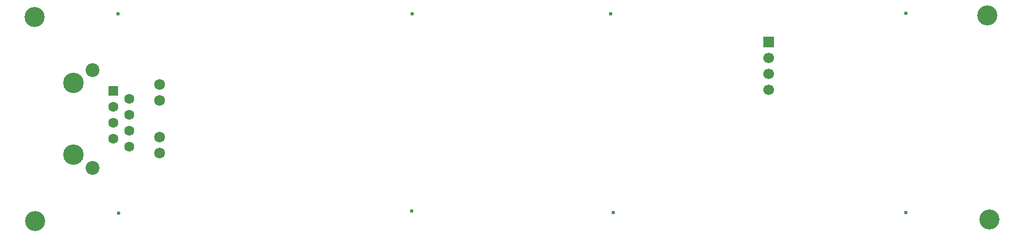
<source format=gbr>
%TF.GenerationSoftware,KiCad,Pcbnew,9.0.6*%
%TF.CreationDate,2026-01-10T21:11:38+01:00*%
%TF.ProjectId,_autosave-sisterboard_A,5f617574-6f73-4617-9665-2d7369737465,1.0*%
%TF.SameCoordinates,Original*%
%TF.FileFunction,Soldermask,Bot*%
%TF.FilePolarity,Negative*%
%FSLAX46Y46*%
G04 Gerber Fmt 4.6, Leading zero omitted, Abs format (unit mm)*
G04 Created by KiCad (PCBNEW 9.0.6) date 2026-01-10 21:11:38*
%MOMM*%
%LPD*%
G01*
G04 APERTURE LIST*
G04 Aperture macros list*
%AMRoundRect*
0 Rectangle with rounded corners*
0 $1 Rounding radius*
0 $2 $3 $4 $5 $6 $7 $8 $9 X,Y pos of 4 corners*
0 Add a 4 corners polygon primitive as box body*
4,1,4,$2,$3,$4,$5,$6,$7,$8,$9,$2,$3,0*
0 Add four circle primitives for the rounded corners*
1,1,$1+$1,$2,$3*
1,1,$1+$1,$4,$5*
1,1,$1+$1,$6,$7*
1,1,$1+$1,$8,$9*
0 Add four rect primitives between the rounded corners*
20,1,$1+$1,$2,$3,$4,$5,0*
20,1,$1+$1,$4,$5,$6,$7,0*
20,1,$1+$1,$6,$7,$8,$9,0*
20,1,$1+$1,$8,$9,$2,$3,0*%
G04 Aperture macros list end*
%ADD10C,0.600000*%
%ADD11C,3.200000*%
%ADD12C,2.200000*%
%ADD13C,1.720000*%
%ADD14C,1.600000*%
%ADD15RoundRect,0.250000X-0.550000X0.550000X-0.550000X-0.550000X0.550000X-0.550000X0.550000X0.550000X0*%
%ADD16C,3.260000*%
%ADD17C,1.700000*%
%ADD18R,1.700000X1.700000*%
G04 APERTURE END LIST*
D10*
%TO.C,U9*%
X211013000Y-111625000D03*
%TD*%
D11*
%TO.C,REF4*%
X224300000Y-112725000D03*
%TD*%
%TO.C,REF3*%
X224000000Y-80250000D03*
%TD*%
D10*
%TO.C,U8*%
X164401000Y-111638000D03*
%TD*%
D12*
%TO.C,J1*%
X81550000Y-104510000D03*
X81550000Y-88920000D03*
D13*
X92220000Y-102175000D03*
X92220000Y-99635000D03*
X92220000Y-93795000D03*
X92220000Y-91255000D03*
D14*
X87390000Y-101160000D03*
X84850000Y-99890000D03*
X87390000Y-98620000D03*
X84850000Y-97350000D03*
X87390000Y-96080000D03*
X84850000Y-94810000D03*
X87390000Y-93540000D03*
D15*
X84850000Y-92270000D03*
D16*
X78500000Y-102430000D03*
X78500000Y-91000000D03*
%TD*%
D10*
%TO.C,U5*%
X132402000Y-79975000D03*
%TD*%
D17*
%TO.C,J2*%
X189150000Y-92095000D03*
X189150000Y-89555000D03*
X189150000Y-87015000D03*
D18*
X189150000Y-84475000D03*
%TD*%
D11*
%TO.C,REF2*%
X72300000Y-80450000D03*
%TD*%
%TO.C,REF1*%
X72400000Y-113025000D03*
%TD*%
D10*
%TO.C,U2*%
X132315500Y-111381000D03*
%TD*%
%TO.C,U3*%
X85665500Y-111706000D03*
%TD*%
%TO.C,U7*%
X210972000Y-79901000D03*
%TD*%
%TO.C,U4*%
X85650000Y-79949000D03*
%TD*%
%TO.C,U6*%
X164051000Y-79937000D03*
%TD*%
M02*

</source>
